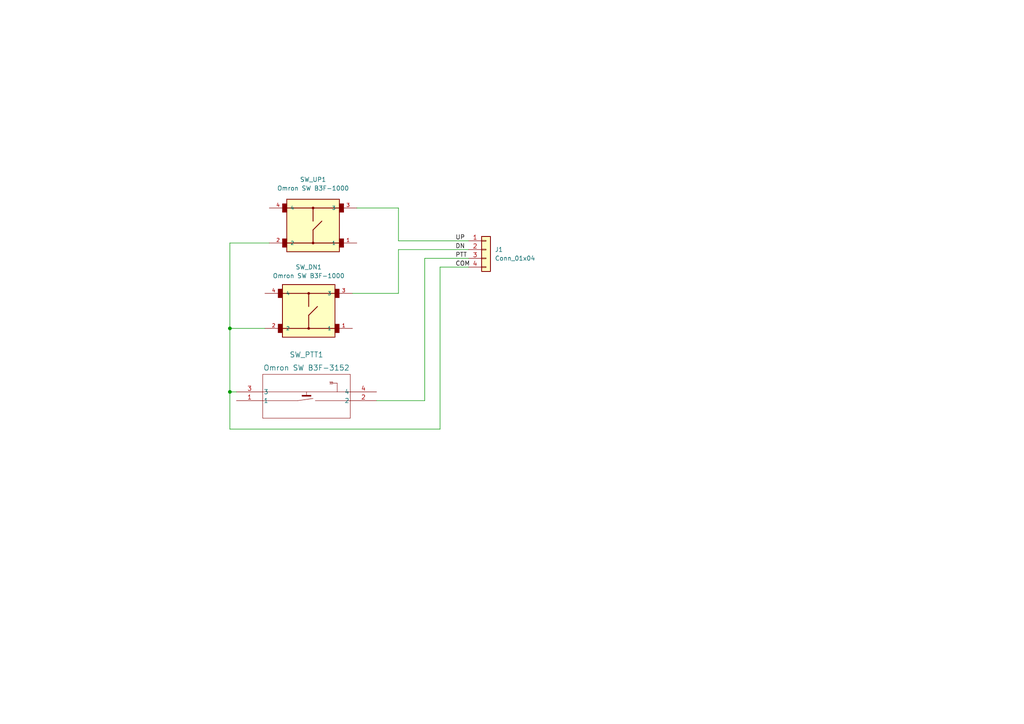
<source format=kicad_sch>
(kicad_sch (version 20211123) (generator eeschema)
  (paper "A4")
  (lib_symbols
    (symbol "Connector_Generic:Conn_01x04" (pin_names (offset 1.016) hide)
      (property "Reference" "J" (at 0 5.08 0))
      (property "Value" "Conn_01x04" (at 0 -7.62 0))
      (symbol "Conn_01x04_1_1"
        (rectangle (start -1.27 -4.953) (end 0 -5.207) (stroke (width 0.1524)))
        (rectangle (start -1.27 -2.413) (end 0 -2.667) (stroke (width 0.1524)))
        (rectangle (start -1.27 0.127) (end 0 -0.127) (stroke (width 0.1524)))
        (rectangle (start -1.27 2.667) (end 0 2.413) (stroke (width 0.1524)))
        (rectangle (start -1.27 3.81) (end 1.27 -6.35) (stroke (width 0.254)) (fill (type background)))
        (pin passive line (at -5.08 2.54 0) (length 3.81) (name "Pin_1") (number "1"))
        (pin passive line (at -5.08 0 0) (length 3.81) (name "Pin_2") (number "2"))
        (pin passive line (at -5.08 -2.54 0) (length 3.81) (name "Pin_3") (number "3"))
        (pin passive line (at -5.08 -5.08 0) (length 3.81) (name "Pin_4") (number "4"))
      )
    )
    (symbol "airball-hardware:Omron SW B3F-1000" (pin_names (offset 1.016))
      (property "Reference" "S" (at -7.6261 7.6261 0))
      (property "Value" "Omron SW B3F-1000" (at -7.6316 -8.9035 0))
      (symbol "Omron SW B3F-1000_0_0"
        (rectangle (start -8.8931 -6.3522) (end -7.62 -3.81) (stroke (width 0.1)) (fill (type outline)))
        (rectangle (start -8.8912 3.8105) (end -7.62 6.35) (stroke (width 0.1)) (fill (type outline)))
        (rectangle (start -7.62 -7.62) (end 7.62 7.62) (stroke (width 0.254)) (fill (type background)))
        (circle (center 0 -5.08) (radius 0.254) (stroke (width 0.254)))
        (polyline (pts (xy -7.62 -5.08) (xy 0 -5.08)) (stroke (width 0.254)))
        (polyline (pts (xy -7.62 5.08) (xy 0 5.08)) (stroke (width 0.254)))
        (polyline (pts (xy 0 -5.08) (xy 0 -1.27)) (stroke (width 0.254)))
        (polyline (pts (xy 0 -5.08) (xy 7.62 -5.08)) (stroke (width 0.254)))
        (polyline (pts (xy 0 -1.27) (xy 2.54 1.27)) (stroke (width 0.254)))
        (polyline (pts (xy 0 5.08) (xy 0 1.27)) (stroke (width 0.254)))
        (polyline (pts (xy 0 5.08) (xy 7.62 5.08)) (stroke (width 0.254)))
        (circle (center 0 5.08) (radius 0.254) (stroke (width 0.254)))
        (rectangle (start 7.6236 -6.353) (end 8.89 -3.81) (stroke (width 0.1)) (fill (type outline)))
        (rectangle (start 7.6243 3.8121) (end 8.89 6.35) (stroke (width 0.1)) (fill (type outline)))
        (pin passive line (at 12.7 -5.08 180) (length 5.08) (name "1") (number "1"))
        (pin passive line (at -12.7 -5.08 0) (length 5.08) (name "2") (number "2"))
        (pin passive line (at 12.7 5.08 180) (length 5.08) (name "3") (number "3"))
        (pin passive line (at -12.7 5.08 0) (length 5.08) (name "4") (number "4"))
      )
    )
    (symbol "airball-hardware:Omron SW B3F-3152" (pin_names (offset 0.254))
      (property "Reference" "SW" (at 20.32 12.7 0))
      (property "Value" "Omron SW B3F-3152" (at 20.32 10.16 0))
      (symbol "Omron SW B3F-3152_0_1"
        (polyline (pts (xy 7.62 -5.08) (xy 33.02 -5.08)) (stroke (width 0.127)))
        (polyline (pts (xy 7.62 0) (xy 17.78 0)) (stroke (width 0.127)))
        (polyline (pts (xy 7.62 2.54) (xy 33.02 2.54)) (stroke (width 0.127)))
        (polyline (pts (xy 7.62 7.62) (xy 7.62 -5.08)) (stroke (width 0.127)))
        (polyline (pts (xy 19.05 1.27) (xy 19.05 1.5875)) (stroke (width 0.127)))
        (polyline (pts (xy 19.05 1.27) (xy 21.59 1.27)) (stroke (width 0.127)))
        (polyline (pts (xy 19.05 1.5875) (xy 21.59 1.5875)) (stroke (width 0.127)))
        (polyline (pts (xy 20.32 2.54) (xy 20.32 1.27)) (stroke (width 0.127)))
        (polyline (pts (xy 21.59 1.5875) (xy 21.59 1.27)) (stroke (width 0.127)))
        (polyline (pts (xy 22.225 0.635) (xy 17.78 0)) (stroke (width 0.127)))
        (polyline (pts (xy 22.86 0) (xy 33.02 0)) (stroke (width 0.127)))
        (polyline (pts (xy 27.1463 4.7625) (xy 27.305 5.3975)) (stroke (width 0.127)))
        (polyline (pts (xy 27.4638 4.7625) (xy 27.6225 5.3975)) (stroke (width 0.127)))
        (polyline (pts (xy 27.7813 4.7625) (xy 27.94 5.3975)) (stroke (width 0.127)))
        (polyline (pts (xy 27.94 5.3975) (xy 26.9875 5.3975)) (stroke (width 0.127)))
        (polyline (pts (xy 29.21 2.54) (xy 29.21 5.08)) (stroke (width 0.127)))
        (polyline (pts (xy 29.21 5.08) (xy 27.94 5.08)) (stroke (width 0.127)))
        (polyline (pts (xy 33.02 -5.08) (xy 33.02 7.62)) (stroke (width 0.127)))
        (polyline (pts (xy 33.02 7.62) (xy 7.62 7.62)) (stroke (width 0.127)))
        (polyline (pts (xy 19.05 1.5875) (xy 19.05 1.27) (xy 21.59 1.27) (xy 21.59 1.5875)) (fill (type outline)))
        (pin unspecified line (at 0 0 0) (length 7.62) (name "1") (number "1"))
        (pin unspecified line (at 40.64 0 180) (length 7.62) (name "2") (number "2"))
        (pin unspecified line (at 0 2.54 0) (length 7.62) (name "3") (number "3"))
        (pin unspecified line (at 40.64 2.54 180) (length 7.62) (name "4") (number "4"))
      )
    )
  )
  (junction (at 66.675 95.25))
  (junction (at 66.675 113.665))
  (wire (pts (xy 115.57 72.39) (xy 135.89 72.39)))
  (wire (pts (xy 127.635 77.47) (xy 127.635 124.46)))
  (wire (pts (xy 109.22 116.205) (xy 123.19 116.205)))
  (wire (pts (xy 66.675 70.485) (xy 66.675 95.25)))
  (wire (pts (xy 115.57 60.325) (xy 115.57 69.85)))
  (wire (pts (xy 78.105 70.485) (xy 66.675 70.485)))
  (wire (pts (xy 66.675 95.25) (xy 76.835 95.25)))
  (wire (pts (xy 66.675 95.25) (xy 66.675 113.665)))
  (wire (pts (xy 103.505 60.325) (xy 115.57 60.325)))
  (wire (pts (xy 123.19 74.93) (xy 135.89 74.93)))
  (wire (pts (xy 115.57 69.85) (xy 135.89 69.85)))
  (wire (pts (xy 66.675 124.46) (xy 66.675 113.665)))
  (wire (pts (xy 135.89 77.47) (xy 127.635 77.47)))
  (wire (pts (xy 102.235 85.09) (xy 115.57 85.09)))
  (wire (pts (xy 66.675 113.665) (xy 68.58 113.665)))
  (wire (pts (xy 127.635 124.46) (xy 66.675 124.46)))
  (wire (pts (xy 115.57 85.09) (xy 115.57 72.39)))
  (wire (pts (xy 123.19 116.205) (xy 123.19 74.93)))
  (label "DN" (at 132.08 72.39 0))
  (label "PTT" (at 132.08 74.93 0))
  (label "UP" (at 132.08 69.85 0))
  (label "COM" (at 132.08 77.47 0))
  (symbol (lib_id "airball-hardware:Omron SW B3F-3152") (at 68.58 116.205 0) (unit 1)
    (property "Reference" "SW_PTT1" (at 88.9 102.87 0) (effects (font (size 1.524 1.524))))
    (property "Value" "Omron SW B3F-3152" (at 88.9 106.68 0) (effects (font (size 1.524 1.524))))
    (property "Footprint" "airball-hardware:Omron SW B3F-3152" (effects hide))
    (property "Datasheet" "B3F-3152" (effects hide))
  )
  (symbol (lib_id "airball-hardware:Omron SW B3F-1000") (at 89.535 90.17 0) (unit 1)
    (property "Reference" "SW_DN1" (at 89.5334 77.47 0))
    (property "Value" "Omron SW B3F-1000" (at 89.5334 80.01 0))
    (property "Footprint" "airball-hardware:Omron SW B3F-1000" (effects hide))
    (property "MANUFACTURER" "Omron" (effects hide))
  )
  (symbol (lib_id "airball-hardware:Omron SW B3F-1000") (at 90.805 65.405 0) (unit 1)
    (property "Reference" "SW_UP1" (at 90.8034 52.07 0))
    (property "Value" "Omron SW B3F-1000" (at 90.8034 54.61 0))
    (property "Footprint" "airball-hardware:Omron SW B3F-1000" (effects hide))
    (property "MANUFACTURER" "Omron" (effects hide))
  )
  (symbol (lib_id "Connector_Generic:Conn_01x04") (at 140.97 72.39 0) (unit 1)
    (property "Reference" "J1" (at 143.51 72.3899 0) (effects (justify left)))
    (property "Value" "Conn_01x04" (at 143.51 74.9299 0) (effects (justify left)))
    (property "Footprint" "Connector_PinHeader_1.27mm:PinHeader_1x04_P1.27mm_Vertical" (effects hide))
  )
)
</source>
